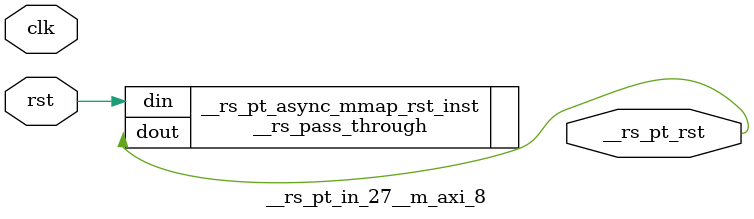
<source format=v>
`timescale 1 ns / 1 ps
/**   Generated by RapidStream   **/
module __rs_pt_in_27__m_axi_8 #(
    parameter BufferSize         = 32,
    parameter BufferSizeLog      = 5,
    parameter AddrWidth          = 64,
    parameter AxiSideAddrWidth   = 64,
    parameter DataWidth          = 512,
    parameter DataWidthBytesLog  = 6,
    parameter WaitTimeWidth      = 4,
    parameter BurstLenWidth      = 8,
    parameter EnableReadChannel  = 1,
    parameter EnableWriteChannel = 1,
    parameter MaxWaitTime        = 3,
    parameter MaxBurstLen        = 15
) (
    output wire __rs_pt_rst,
    input wire  clk,
    input wire  rst
);




__rs_pass_through #(
    .WIDTH (1)
) __rs_pt_async_mmap_rst_inst /**   Generated by RapidStream   **/ (
    .din  (rst),
    .dout (__rs_pt_rst)
);

endmodule  // __rs_pt_in_27__m_axi_8
</source>
